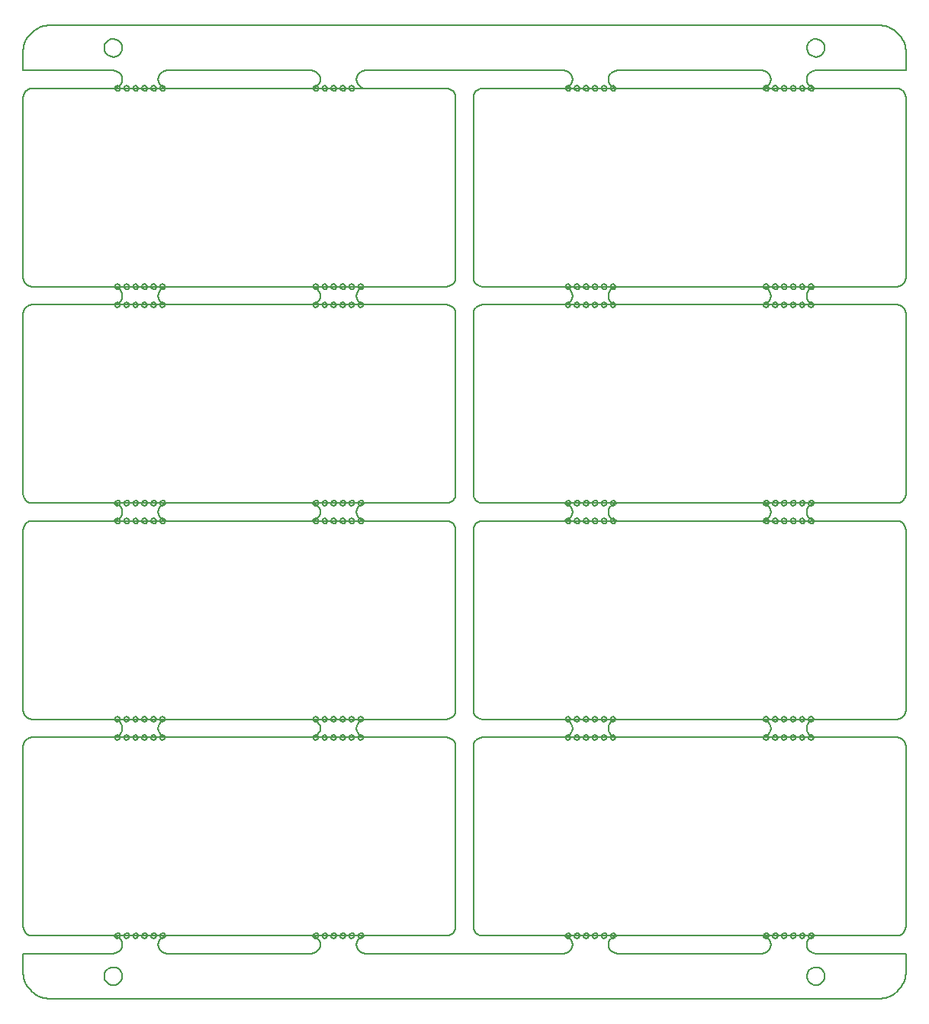
<source format=gko>
G04*
G04 #@! TF.GenerationSoftware,Altium Limited,Altium Designer,18.0.7 (293)*
G04*
G04 Layer_Color=16711935*
%FSLAX25Y25*%
%MOIN*%
G70*
G01*
G75*
%ADD21C,0.00787*%
%ADD54C,0.00394*%
G54D21*
X264020Y554453D02*
X263575Y555376D01*
X262576Y555604D01*
X261774Y554965D01*
Y553940D01*
X262576Y553301D01*
X263575Y553529D01*
X264020Y554453D01*
X283705D02*
X283260Y555376D01*
X282261Y555604D01*
X281459Y554965D01*
Y553940D01*
X282261Y553301D01*
X283260Y553529D01*
X283705Y554453D01*
X567169D02*
X566725Y555376D01*
X565725Y555604D01*
X564924Y554965D01*
Y553940D01*
X565725Y553301D01*
X566725Y553529D01*
X567169Y554453D01*
X480555D02*
X480110Y555376D01*
X479111Y555604D01*
X478310Y554965D01*
Y553940D01*
X479111Y553301D01*
X480110Y553529D01*
X480555Y554453D01*
X283705Y459965D02*
X283260Y460888D01*
X282261Y461116D01*
X281459Y460477D01*
Y459452D01*
X282261Y458813D01*
X283260Y459041D01*
X283705Y459965D01*
Y467839D02*
X283260Y468762D01*
X282261Y468990D01*
X281459Y468351D01*
Y467326D01*
X282261Y466687D01*
X283260Y466915D01*
X283705Y467839D01*
X370319Y459965D02*
X369874Y460888D01*
X368875Y461116D01*
X368074Y460477D01*
Y459452D01*
X368875Y458813D01*
X369874Y459041D01*
X370319Y459965D01*
Y467839D02*
X369874Y468762D01*
X368875Y468990D01*
X368074Y468351D01*
Y467326D01*
X368875Y466687D01*
X369874Y466915D01*
X370319Y467839D01*
X480555Y459965D02*
X480110Y460888D01*
X479111Y461116D01*
X478310Y460477D01*
Y459452D01*
X479111Y458813D01*
X480110Y459041D01*
X480555Y459965D01*
Y467839D02*
X480110Y468762D01*
X479111Y468990D01*
X478310Y468351D01*
Y467326D01*
X479111Y466687D01*
X480110Y466915D01*
X480555Y467839D01*
X567169Y459965D02*
X566725Y460888D01*
X565725Y461116D01*
X564924Y460477D01*
Y459452D01*
X565725Y458813D01*
X566725Y459041D01*
X567169Y459965D01*
Y467839D02*
X566725Y468762D01*
X565725Y468990D01*
X564924Y468351D01*
Y467326D01*
X565725Y466687D01*
X566725Y466915D01*
X567169Y467839D01*
Y365476D02*
X566725Y366400D01*
X565725Y366628D01*
X564924Y365989D01*
Y364964D01*
X565725Y364325D01*
X566725Y364553D01*
X567169Y365476D01*
Y373350D02*
X566725Y374274D01*
X565725Y374502D01*
X564924Y373863D01*
Y372838D01*
X565725Y372199D01*
X566725Y372427D01*
X567169Y373350D01*
X480555Y365476D02*
X480110Y366400D01*
X479111Y366628D01*
X478310Y365989D01*
Y364964D01*
X479111Y364325D01*
X480110Y364553D01*
X480555Y365476D01*
Y373350D02*
X480110Y374274D01*
X479111Y374502D01*
X478310Y373863D01*
Y372838D01*
X479111Y372199D01*
X480110Y372427D01*
X480555Y373350D01*
X370319Y365476D02*
X369874Y366400D01*
X368875Y366628D01*
X368074Y365989D01*
Y364964D01*
X368875Y364325D01*
X369874Y364553D01*
X370319Y365476D01*
Y373350D02*
X369874Y374274D01*
X368875Y374502D01*
X368074Y373863D01*
Y372838D01*
X368875Y372199D01*
X369874Y372427D01*
X370319Y373350D01*
X283705Y365476D02*
X283260Y366400D01*
X282261Y366628D01*
X281459Y365989D01*
Y364964D01*
X282261Y364325D01*
X283260Y364553D01*
X283705Y365476D01*
Y373350D02*
X283260Y374274D01*
X282261Y374502D01*
X281459Y373863D01*
Y372838D01*
X282261Y372199D01*
X283260Y372427D01*
X283705Y373350D01*
X370319Y270988D02*
X369874Y271912D01*
X368875Y272140D01*
X368074Y271501D01*
Y270476D01*
X368875Y269837D01*
X369874Y270065D01*
X370319Y270988D01*
Y278862D02*
X369874Y279786D01*
X368875Y280014D01*
X368074Y279375D01*
Y278350D01*
X368875Y277711D01*
X369874Y277939D01*
X370319Y278862D01*
X283705Y270988D02*
X283260Y271912D01*
X282261Y272140D01*
X281459Y271501D01*
Y270476D01*
X282261Y269837D01*
X283260Y270065D01*
X283705Y270988D01*
Y278862D02*
X283260Y279786D01*
X282261Y280014D01*
X281459Y279375D01*
Y278350D01*
X282261Y277711D01*
X283260Y277939D01*
X283705Y278862D01*
X480555Y270988D02*
X480110Y271912D01*
X479111Y272140D01*
X478310Y271501D01*
Y270476D01*
X479111Y269837D01*
X480110Y270065D01*
X480555Y270988D01*
Y278862D02*
X480110Y279786D01*
X479111Y280014D01*
X478310Y279375D01*
Y278350D01*
X479111Y277711D01*
X480110Y277939D01*
X480555Y278862D01*
X567169Y270988D02*
X566725Y271912D01*
X565725Y272140D01*
X564924Y271501D01*
Y270476D01*
X565725Y269837D01*
X566725Y270065D01*
X567169Y270988D01*
Y278862D02*
X566725Y279786D01*
X565725Y280014D01*
X564924Y279375D01*
Y278350D01*
X565725Y277711D01*
X566725Y277939D01*
X567169Y278862D01*
Y184374D02*
X566725Y185297D01*
X565725Y185526D01*
X564924Y184887D01*
Y183862D01*
X565725Y183222D01*
X566725Y183451D01*
X567169Y184374D01*
X480555D02*
X480110Y185297D01*
X479111Y185526D01*
X478310Y184887D01*
Y183862D01*
X479111Y183222D01*
X480110Y183451D01*
X480555Y184374D01*
X370319D02*
X369874Y185297D01*
X368875Y185526D01*
X368074Y184887D01*
Y183862D01*
X368875Y183222D01*
X369874Y183451D01*
X370319Y184374D01*
X283705D02*
X283260Y185297D01*
X282261Y185526D01*
X281459Y184887D01*
Y183862D01*
X282261Y183222D01*
X283260Y183451D01*
X283705Y184374D01*
X547484D02*
X547040Y185297D01*
X546040Y185526D01*
X545239Y184887D01*
Y183862D01*
X546040Y183222D01*
X547040Y183451D01*
X547484Y184374D01*
X476618D02*
X476173Y185297D01*
X475174Y185526D01*
X474373Y184887D01*
Y183862D01*
X475174Y183222D01*
X476173Y183451D01*
X476618Y184374D01*
X547484Y270988D02*
X547040Y271912D01*
X546040Y272140D01*
X545239Y271501D01*
Y270476D01*
X546040Y269837D01*
X547040Y270065D01*
X547484Y270988D01*
Y278862D02*
X547040Y279786D01*
X546040Y280014D01*
X545239Y279375D01*
Y278350D01*
X546040Y277711D01*
X547040Y277939D01*
X547484Y278862D01*
X476618Y270988D02*
X476173Y271912D01*
X475174Y272140D01*
X474373Y271501D01*
Y270476D01*
X475174Y269837D01*
X476173Y270065D01*
X476618Y270988D01*
Y278862D02*
X476173Y279786D01*
X475174Y280014D01*
X474373Y279375D01*
Y278350D01*
X475174Y277711D01*
X476173Y277939D01*
X476618Y278862D01*
X547484Y365476D02*
X547040Y366400D01*
X546040Y366628D01*
X545239Y365989D01*
Y364964D01*
X546040Y364325D01*
X547040Y364553D01*
X547484Y365476D01*
Y373350D02*
X547040Y374274D01*
X546040Y374502D01*
X545239Y373863D01*
Y372838D01*
X546040Y372199D01*
X547040Y372427D01*
X547484Y373350D01*
X476618Y365476D02*
X476173Y366400D01*
X475174Y366628D01*
X474373Y365989D01*
Y364964D01*
X475174Y364325D01*
X476173Y364553D01*
X476618Y365476D01*
Y373350D02*
X476173Y374274D01*
X475174Y374502D01*
X474373Y373863D01*
Y372838D01*
X475174Y372199D01*
X476173Y372427D01*
X476618Y373350D01*
X547484Y467839D02*
X547040Y468762D01*
X546040Y468990D01*
X545239Y468351D01*
Y467326D01*
X546040Y466687D01*
X547040Y466915D01*
X547484Y467839D01*
Y459965D02*
X547040Y460888D01*
X546040Y461116D01*
X545239Y460477D01*
Y459452D01*
X546040Y458813D01*
X547040Y459041D01*
X547484Y459965D01*
X476618D02*
X476173Y460888D01*
X475174Y461116D01*
X474373Y460477D01*
Y459452D01*
X475174Y458813D01*
X476173Y459041D01*
X476618Y459965D01*
Y467839D02*
X476173Y468762D01*
X475174Y468990D01*
X474373Y468351D01*
Y467326D01*
X475174Y466687D01*
X476173Y466915D01*
X476618Y467839D01*
X547484Y554453D02*
X547040Y555376D01*
X546040Y555604D01*
X545239Y554965D01*
Y553940D01*
X546040Y553301D01*
X547040Y553529D01*
X547484Y554453D01*
X476618D02*
X476173Y555376D01*
X475174Y555604D01*
X474373Y554965D01*
Y553940D01*
X475174Y553301D01*
X476173Y553529D01*
X476618Y554453D01*
X350634D02*
X350189Y555376D01*
X349190Y555604D01*
X348389Y554965D01*
Y553940D01*
X349190Y553301D01*
X350189Y553529D01*
X350634Y554453D01*
X279768D02*
X279323Y555376D01*
X278324Y555604D01*
X277522Y554965D01*
Y553940D01*
X278324Y553301D01*
X279323Y553529D01*
X279768Y554453D01*
X350634Y459965D02*
X350189Y460888D01*
X349190Y461116D01*
X348389Y460477D01*
Y459452D01*
X349190Y458813D01*
X350189Y459041D01*
X350634Y459965D01*
Y467839D02*
X350189Y468762D01*
X349190Y468990D01*
X348389Y468351D01*
Y467326D01*
X349190Y466687D01*
X350189Y466915D01*
X350634Y467839D01*
X279768Y459965D02*
X279323Y460888D01*
X278324Y461116D01*
X277522Y460477D01*
Y459452D01*
X278324Y458813D01*
X279323Y459041D01*
X279768Y459965D01*
Y467839D02*
X279323Y468762D01*
X278324Y468990D01*
X277522Y468351D01*
Y467326D01*
X278324Y466687D01*
X279323Y466915D01*
X279768Y467839D01*
X350634Y365476D02*
X350189Y366400D01*
X349190Y366628D01*
X348389Y365989D01*
Y364964D01*
X349190Y364325D01*
X350189Y364553D01*
X350634Y365476D01*
Y373350D02*
X350189Y374274D01*
X349190Y374502D01*
X348389Y373863D01*
Y372838D01*
X349190Y372199D01*
X350189Y372427D01*
X350634Y373350D01*
X279768Y365476D02*
X279323Y366400D01*
X278324Y366628D01*
X277522Y365989D01*
Y364964D01*
X278324Y364325D01*
X279323Y364553D01*
X279768Y365476D01*
Y373350D02*
X279323Y374274D01*
X278324Y374502D01*
X277522Y373863D01*
Y372838D01*
X278324Y372199D01*
X279323Y372427D01*
X279768Y373350D01*
X350634Y270988D02*
X350189Y271912D01*
X349190Y272140D01*
X348389Y271501D01*
Y270476D01*
X349190Y269837D01*
X350189Y270065D01*
X350634Y270988D01*
Y278862D02*
X350189Y279786D01*
X349190Y280014D01*
X348389Y279375D01*
Y278350D01*
X349190Y277711D01*
X350189Y277939D01*
X350634Y278862D01*
X279768Y270988D02*
X279323Y271912D01*
X278324Y272140D01*
X277522Y271501D01*
Y270476D01*
X278324Y269837D01*
X279323Y270065D01*
X279768Y270988D01*
Y278862D02*
X279323Y279786D01*
X278324Y280014D01*
X277522Y279375D01*
Y278350D01*
X278324Y277711D01*
X279323Y277939D01*
X279768Y278862D01*
X350634Y184374D02*
X350189Y185297D01*
X349190Y185526D01*
X348389Y184887D01*
Y183862D01*
X349190Y183222D01*
X350189Y183451D01*
X350634Y184374D01*
X279768D02*
X279323Y185297D01*
X278324Y185526D01*
X277522Y184887D01*
Y183862D01*
X278324Y183222D01*
X279323Y183451D01*
X279768Y184374D01*
X551421Y270988D02*
X550977Y271912D01*
X549977Y272140D01*
X549176Y271501D01*
Y270476D01*
X549977Y269837D01*
X550977Y270065D01*
X551421Y270988D01*
X555358D02*
X554914Y271912D01*
X553914Y272140D01*
X553113Y271501D01*
Y270476D01*
X553914Y269837D01*
X554914Y270065D01*
X555358Y270988D01*
X559295D02*
X558851Y271912D01*
X557851Y272140D01*
X557050Y271501D01*
Y270476D01*
X557851Y269837D01*
X558851Y270065D01*
X559295Y270988D01*
X563232D02*
X562788Y271912D01*
X561788Y272140D01*
X560987Y271501D01*
Y270476D01*
X561788Y269837D01*
X562788Y270065D01*
X563232Y270988D01*
X551421Y278862D02*
X550977Y279786D01*
X549977Y280014D01*
X549176Y279375D01*
Y278350D01*
X549977Y277711D01*
X550977Y277939D01*
X551421Y278862D01*
X555358D02*
X554914Y279786D01*
X553914Y280014D01*
X553113Y279375D01*
Y278350D01*
X553914Y277711D01*
X554914Y277939D01*
X555358Y278862D01*
X559295D02*
X558851Y279786D01*
X557851Y280014D01*
X557050Y279375D01*
Y278350D01*
X557851Y277711D01*
X558851Y277939D01*
X559295Y278862D01*
X563232D02*
X562788Y279786D01*
X561788Y280014D01*
X560987Y279375D01*
Y278350D01*
X561788Y277711D01*
X562788Y277939D01*
X563232Y278862D01*
X460870Y270988D02*
X460425Y271912D01*
X459426Y272140D01*
X458625Y271501D01*
Y270476D01*
X459426Y269837D01*
X460425Y270065D01*
X460870Y270988D01*
X464807D02*
X464362Y271912D01*
X463363Y272140D01*
X462562Y271501D01*
Y270476D01*
X463363Y269837D01*
X464362Y270065D01*
X464807Y270988D01*
X468744D02*
X468299Y271912D01*
X467300Y272140D01*
X466499Y271501D01*
Y270476D01*
X467300Y269837D01*
X468299Y270065D01*
X468744Y270988D01*
X472681D02*
X472236Y271912D01*
X471237Y272140D01*
X470436Y271501D01*
Y270476D01*
X471237Y269837D01*
X472236Y270065D01*
X472681Y270988D01*
X460870Y278862D02*
X460425Y279786D01*
X459426Y280014D01*
X458625Y279375D01*
Y278350D01*
X459426Y277711D01*
X460425Y277939D01*
X460870Y278862D01*
X464807D02*
X464362Y279786D01*
X463363Y280014D01*
X462562Y279375D01*
Y278350D01*
X463363Y277711D01*
X464362Y277939D01*
X464807Y278862D01*
X468744D02*
X468299Y279786D01*
X467300Y280014D01*
X466499Y279375D01*
Y278350D01*
X467300Y277711D01*
X468299Y277939D01*
X468744Y278862D01*
X472681D02*
X472236Y279786D01*
X471237Y280014D01*
X470436Y279375D01*
Y278350D01*
X471237Y277711D01*
X472236Y277939D01*
X472681Y278862D01*
X551421Y365476D02*
X550977Y366400D01*
X549977Y366628D01*
X549176Y365989D01*
Y364964D01*
X549977Y364325D01*
X550977Y364553D01*
X551421Y365476D01*
X555358D02*
X554914Y366400D01*
X553914Y366628D01*
X553113Y365989D01*
Y364964D01*
X553914Y364325D01*
X554914Y364553D01*
X555358Y365476D01*
X559295D02*
X558851Y366400D01*
X557851Y366628D01*
X557050Y365989D01*
Y364964D01*
X557851Y364325D01*
X558851Y364553D01*
X559295Y365476D01*
X563232D02*
X562788Y366400D01*
X561788Y366628D01*
X560987Y365989D01*
Y364964D01*
X561788Y364325D01*
X562788Y364553D01*
X563232Y365476D01*
X551421Y373350D02*
X550977Y374274D01*
X549977Y374502D01*
X549176Y373863D01*
Y372838D01*
X549977Y372199D01*
X550977Y372427D01*
X551421Y373350D01*
X555358D02*
X554914Y374274D01*
X553914Y374502D01*
X553113Y373863D01*
Y372838D01*
X553914Y372199D01*
X554914Y372427D01*
X555358Y373350D01*
X559295D02*
X558851Y374274D01*
X557851Y374502D01*
X557050Y373863D01*
Y372838D01*
X557851Y372199D01*
X558851Y372427D01*
X559295Y373350D01*
X563232D02*
X562788Y374274D01*
X561788Y374502D01*
X560987Y373863D01*
Y372838D01*
X561788Y372199D01*
X562788Y372427D01*
X563232Y373350D01*
X460870Y365476D02*
X460425Y366400D01*
X459426Y366628D01*
X458625Y365989D01*
Y364964D01*
X459426Y364325D01*
X460425Y364553D01*
X460870Y365476D01*
X464807D02*
X464362Y366400D01*
X463363Y366628D01*
X462562Y365989D01*
Y364964D01*
X463363Y364325D01*
X464362Y364553D01*
X464807Y365476D01*
X468744D02*
X468299Y366400D01*
X467300Y366628D01*
X466499Y365989D01*
Y364964D01*
X467300Y364325D01*
X468299Y364553D01*
X468744Y365476D01*
X472681D02*
X472236Y366400D01*
X471237Y366628D01*
X470436Y365989D01*
Y364964D01*
X471237Y364325D01*
X472236Y364553D01*
X472681Y365476D01*
X460870Y373350D02*
X460425Y374274D01*
X459426Y374502D01*
X458625Y373863D01*
Y372838D01*
X459426Y372199D01*
X460425Y372427D01*
X460870Y373350D01*
X464807D02*
X464362Y374274D01*
X463363Y374502D01*
X462562Y373863D01*
Y372838D01*
X463363Y372199D01*
X464362Y372427D01*
X464807Y373350D01*
X468744D02*
X468299Y374274D01*
X467300Y374502D01*
X466499Y373863D01*
Y372838D01*
X467300Y372199D01*
X468299Y372427D01*
X468744Y373350D01*
X472681D02*
X472236Y374274D01*
X471237Y374502D01*
X470436Y373863D01*
Y372838D01*
X471237Y372199D01*
X472236Y372427D01*
X472681Y373350D01*
X551421Y459965D02*
X550977Y460888D01*
X549977Y461116D01*
X549176Y460477D01*
Y459452D01*
X549977Y458813D01*
X550977Y459041D01*
X551421Y459965D01*
X555358D02*
X554914Y460888D01*
X553914Y461116D01*
X553113Y460477D01*
Y459452D01*
X553914Y458813D01*
X554914Y459041D01*
X555358Y459965D01*
X559295D02*
X558851Y460888D01*
X557851Y461116D01*
X557050Y460477D01*
Y459452D01*
X557851Y458813D01*
X558851Y459041D01*
X559295Y459965D01*
X563232D02*
X562788Y460888D01*
X561788Y461116D01*
X560987Y460477D01*
Y459452D01*
X561788Y458813D01*
X562788Y459041D01*
X563232Y459965D01*
X551421Y467839D02*
X550977Y468762D01*
X549977Y468990D01*
X549176Y468351D01*
Y467326D01*
X549977Y466687D01*
X550977Y466915D01*
X551421Y467839D01*
X555358D02*
X554914Y468762D01*
X553914Y468990D01*
X553113Y468351D01*
Y467326D01*
X553914Y466687D01*
X554914Y466915D01*
X555358Y467839D01*
X559295D02*
X558851Y468762D01*
X557851Y468990D01*
X557050Y468351D01*
Y467326D01*
X557851Y466687D01*
X558851Y466915D01*
X559295Y467839D01*
X563232D02*
X562788Y468762D01*
X561788Y468990D01*
X560987Y468351D01*
Y467326D01*
X561788Y466687D01*
X562788Y466915D01*
X563232Y467839D01*
X460870Y459965D02*
X460425Y460888D01*
X459426Y461116D01*
X458625Y460477D01*
Y459452D01*
X459426Y458813D01*
X460425Y459041D01*
X460870Y459965D01*
X464807D02*
X464362Y460888D01*
X463363Y461116D01*
X462562Y460477D01*
Y459452D01*
X463363Y458813D01*
X464362Y459041D01*
X464807Y459965D01*
X468744D02*
X468299Y460888D01*
X467300Y461116D01*
X466499Y460477D01*
Y459452D01*
X467300Y458813D01*
X468299Y459041D01*
X468744Y459965D01*
X472681D02*
X472236Y460888D01*
X471237Y461116D01*
X470436Y460477D01*
Y459452D01*
X471237Y458813D01*
X472236Y459041D01*
X472681Y459965D01*
X460870Y467839D02*
X460425Y468762D01*
X459426Y468990D01*
X458625Y468351D01*
Y467326D01*
X459426Y466687D01*
X460425Y466915D01*
X460870Y467839D01*
X464807D02*
X464362Y468762D01*
X463363Y468990D01*
X462562Y468351D01*
Y467326D01*
X463363Y466687D01*
X464362Y466915D01*
X464807Y467839D01*
X468744D02*
X468299Y468762D01*
X467300Y468990D01*
X466499Y468351D01*
Y467326D01*
X467300Y466687D01*
X468299Y466915D01*
X468744Y467839D01*
X472681D02*
X472236Y468762D01*
X471237Y468990D01*
X470436Y468351D01*
Y467326D01*
X471237Y466687D01*
X472236Y466915D01*
X472681Y467839D01*
X551421Y554453D02*
X550977Y555376D01*
X549977Y555604D01*
X549176Y554965D01*
Y553940D01*
X549977Y553301D01*
X550977Y553529D01*
X551421Y554453D01*
X555358D02*
X554914Y555376D01*
X553914Y555604D01*
X553113Y554965D01*
Y553940D01*
X553914Y553301D01*
X554914Y553529D01*
X555358Y554453D01*
X559295D02*
X558851Y555376D01*
X557851Y555604D01*
X557050Y554965D01*
Y553940D01*
X557851Y553301D01*
X558851Y553529D01*
X559295Y554453D01*
X563232D02*
X562788Y555376D01*
X561788Y555604D01*
X560987Y554965D01*
Y553940D01*
X561788Y553301D01*
X562788Y553529D01*
X563232Y554453D01*
X460870D02*
X460425Y555376D01*
X459426Y555604D01*
X458625Y554965D01*
Y553940D01*
X459426Y553301D01*
X460425Y553529D01*
X460870Y554453D01*
X464807D02*
X464362Y555376D01*
X463363Y555604D01*
X462562Y554965D01*
Y553940D01*
X463363Y553301D01*
X464362Y553529D01*
X464807Y554453D01*
X468744D02*
X468299Y555376D01*
X467300Y555604D01*
X466499Y554965D01*
Y553940D01*
X467300Y553301D01*
X468299Y553529D01*
X468744Y554453D01*
X472681D02*
X472236Y555376D01*
X471237Y555604D01*
X470436Y554965D01*
Y553940D01*
X471237Y553301D01*
X472236Y553529D01*
X472681Y554453D01*
X354571D02*
X354126Y555376D01*
X353127Y555604D01*
X352326Y554965D01*
Y553940D01*
X353127Y553301D01*
X354126Y553529D01*
X354571Y554453D01*
X358508D02*
X358063Y555376D01*
X357064Y555604D01*
X356263Y554965D01*
Y553940D01*
X357064Y553301D01*
X358063Y553529D01*
X358508Y554453D01*
X362445D02*
X362000Y555376D01*
X361001Y555604D01*
X360200Y554965D01*
Y553940D01*
X361001Y553301D01*
X362000Y553529D01*
X362445Y554453D01*
X366382D02*
X365937Y555376D01*
X364938Y555604D01*
X364137Y554965D01*
Y553940D01*
X364938Y553301D01*
X365937Y553529D01*
X366382Y554453D01*
X267957D02*
X267512Y555376D01*
X266513Y555604D01*
X265711Y554965D01*
Y553940D01*
X266513Y553301D01*
X267512Y553529D01*
X267957Y554453D01*
X271894D02*
X271449Y555376D01*
X270450Y555604D01*
X269649Y554965D01*
Y553940D01*
X270450Y553301D01*
X271449Y553529D01*
X271894Y554453D01*
X275831D02*
X275386Y555376D01*
X274387Y555604D01*
X273586Y554965D01*
Y553940D01*
X274387Y553301D01*
X275386Y553529D01*
X275831Y554453D01*
X354571Y459965D02*
X354126Y460888D01*
X353127Y461116D01*
X352326Y460477D01*
Y459452D01*
X353127Y458813D01*
X354126Y459041D01*
X354571Y459965D01*
X358508D02*
X358063Y460888D01*
X357064Y461116D01*
X356263Y460477D01*
Y459452D01*
X357064Y458813D01*
X358063Y459041D01*
X358508Y459965D01*
X362445D02*
X362000Y460888D01*
X361001Y461116D01*
X360200Y460477D01*
Y459452D01*
X361001Y458813D01*
X362000Y459041D01*
X362445Y459965D01*
X366382D02*
X365937Y460888D01*
X364938Y461116D01*
X364137Y460477D01*
Y459452D01*
X364938Y458813D01*
X365937Y459041D01*
X366382Y459965D01*
X354571Y467839D02*
X354126Y468762D01*
X353127Y468990D01*
X352326Y468351D01*
Y467326D01*
X353127Y466687D01*
X354126Y466915D01*
X354571Y467839D01*
X358508D02*
X358063Y468762D01*
X357064Y468990D01*
X356263Y468351D01*
Y467326D01*
X357064Y466687D01*
X358063Y466915D01*
X358508Y467839D01*
X362445D02*
X362000Y468762D01*
X361001Y468990D01*
X360200Y468351D01*
Y467326D01*
X361001Y466687D01*
X362000Y466915D01*
X362445Y467839D01*
X366382D02*
X365937Y468762D01*
X364938Y468990D01*
X364137Y468351D01*
Y467326D01*
X364938Y466687D01*
X365937Y466915D01*
X366382Y467839D01*
X264020Y459965D02*
X263575Y460888D01*
X262576Y461116D01*
X261774Y460477D01*
Y459452D01*
X262576Y458813D01*
X263575Y459041D01*
X264020Y459965D01*
X267957D02*
X267512Y460888D01*
X266513Y461116D01*
X265711Y460477D01*
Y459452D01*
X266513Y458813D01*
X267512Y459041D01*
X267957Y459965D01*
X271894D02*
X271449Y460888D01*
X270450Y461116D01*
X269649Y460477D01*
Y459452D01*
X270450Y458813D01*
X271449Y459041D01*
X271894Y459965D01*
X275831D02*
X275386Y460888D01*
X274387Y461116D01*
X273586Y460477D01*
Y459452D01*
X274387Y458813D01*
X275386Y459041D01*
X275831Y459965D01*
X264020Y467839D02*
X263575Y468762D01*
X262576Y468990D01*
X261774Y468351D01*
Y467326D01*
X262576Y466687D01*
X263575Y466915D01*
X264020Y467839D01*
X267957D02*
X267512Y468762D01*
X266513Y468990D01*
X265711Y468351D01*
Y467326D01*
X266513Y466687D01*
X267512Y466915D01*
X267957Y467839D01*
X271894D02*
X271449Y468762D01*
X270450Y468990D01*
X269649Y468351D01*
Y467326D01*
X270450Y466687D01*
X271449Y466915D01*
X271894Y467839D01*
X275831D02*
X275386Y468762D01*
X274387Y468990D01*
X273586Y468351D01*
Y467326D01*
X274387Y466687D01*
X275386Y466915D01*
X275831Y467839D01*
X354571Y365476D02*
X354126Y366400D01*
X353127Y366628D01*
X352326Y365989D01*
Y364964D01*
X353127Y364325D01*
X354126Y364553D01*
X354571Y365476D01*
X358508D02*
X358063Y366400D01*
X357064Y366628D01*
X356263Y365989D01*
Y364964D01*
X357064Y364325D01*
X358063Y364553D01*
X358508Y365476D01*
X362445D02*
X362000Y366400D01*
X361001Y366628D01*
X360200Y365989D01*
Y364964D01*
X361001Y364325D01*
X362000Y364553D01*
X362445Y365476D01*
X366382D02*
X365937Y366400D01*
X364938Y366628D01*
X364137Y365989D01*
Y364964D01*
X364938Y364325D01*
X365937Y364553D01*
X366382Y365476D01*
X354571Y373350D02*
X354126Y374274D01*
X353127Y374502D01*
X352326Y373863D01*
Y372838D01*
X353127Y372199D01*
X354126Y372427D01*
X354571Y373350D01*
X358508D02*
X358063Y374274D01*
X357064Y374502D01*
X356263Y373863D01*
Y372838D01*
X357064Y372199D01*
X358063Y372427D01*
X358508Y373350D01*
X362445D02*
X362000Y374274D01*
X361001Y374502D01*
X360200Y373863D01*
Y372838D01*
X361001Y372199D01*
X362000Y372427D01*
X362445Y373350D01*
X366382D02*
X365937Y374274D01*
X364938Y374502D01*
X364137Y373863D01*
Y372838D01*
X364938Y372199D01*
X365937Y372427D01*
X366382Y373350D01*
X264020Y365476D02*
X263575Y366400D01*
X262576Y366628D01*
X261774Y365989D01*
Y364964D01*
X262576Y364325D01*
X263575Y364553D01*
X264020Y365476D01*
X267957D02*
X267512Y366400D01*
X266513Y366628D01*
X265711Y365989D01*
Y364964D01*
X266513Y364325D01*
X267512Y364553D01*
X267957Y365476D01*
X271894D02*
X271449Y366400D01*
X270450Y366628D01*
X269649Y365989D01*
Y364964D01*
X270450Y364325D01*
X271449Y364553D01*
X271894Y365476D01*
X275831D02*
X275386Y366400D01*
X274387Y366628D01*
X273586Y365989D01*
Y364964D01*
X274387Y364325D01*
X275386Y364553D01*
X275831Y365476D01*
X264020Y373350D02*
X263575Y374274D01*
X262576Y374502D01*
X261774Y373863D01*
Y372838D01*
X262576Y372199D01*
X263575Y372427D01*
X264020Y373350D01*
X267957D02*
X267512Y374274D01*
X266513Y374502D01*
X265711Y373863D01*
Y372838D01*
X266513Y372199D01*
X267512Y372427D01*
X267957Y373350D01*
X271894D02*
X271449Y374274D01*
X270450Y374502D01*
X269649Y373863D01*
Y372838D01*
X270450Y372199D01*
X271449Y372427D01*
X271894Y373350D01*
X275831D02*
X275386Y374274D01*
X274387Y374502D01*
X273586Y373863D01*
Y372838D01*
X274387Y372199D01*
X275386Y372427D01*
X275831Y373350D01*
X354571Y270988D02*
X354126Y271912D01*
X353127Y272140D01*
X352326Y271501D01*
Y270476D01*
X353127Y269837D01*
X354126Y270065D01*
X354571Y270988D01*
X358508D02*
X358063Y271912D01*
X357064Y272140D01*
X356263Y271501D01*
Y270476D01*
X357064Y269837D01*
X358063Y270065D01*
X358508Y270988D01*
X362445D02*
X362000Y271912D01*
X361001Y272140D01*
X360200Y271501D01*
Y270476D01*
X361001Y269837D01*
X362000Y270065D01*
X362445Y270988D01*
X366382D02*
X365937Y271912D01*
X364938Y272140D01*
X364137Y271501D01*
Y270476D01*
X364938Y269837D01*
X365937Y270065D01*
X366382Y270988D01*
X354571Y278862D02*
X354126Y279786D01*
X353127Y280014D01*
X352326Y279375D01*
Y278350D01*
X353127Y277711D01*
X354126Y277939D01*
X354571Y278862D01*
X358508D02*
X358063Y279786D01*
X357064Y280014D01*
X356263Y279375D01*
Y278350D01*
X357064Y277711D01*
X358063Y277939D01*
X358508Y278862D01*
X362445D02*
X362000Y279786D01*
X361001Y280014D01*
X360200Y279375D01*
Y278350D01*
X361001Y277711D01*
X362000Y277939D01*
X362445Y278862D01*
X366382D02*
X365937Y279786D01*
X364938Y280014D01*
X364137Y279375D01*
Y278350D01*
X364938Y277711D01*
X365937Y277939D01*
X366382Y278862D01*
X264020D02*
X263575Y279786D01*
X262576Y280014D01*
X261774Y279375D01*
Y278350D01*
X262576Y277711D01*
X263575Y277939D01*
X264020Y278862D01*
X267957D02*
X267512Y279786D01*
X266513Y280014D01*
X265711Y279375D01*
Y278350D01*
X266513Y277711D01*
X267512Y277939D01*
X267957Y278862D01*
X271894D02*
X271449Y279786D01*
X270450Y280014D01*
X269649Y279375D01*
Y278350D01*
X270450Y277711D01*
X271449Y277939D01*
X271894Y278862D01*
X275831D02*
X275386Y279786D01*
X274387Y280014D01*
X273586Y279375D01*
Y278350D01*
X274387Y277711D01*
X275386Y277939D01*
X275831Y278862D01*
X264020Y270988D02*
X263575Y271912D01*
X262576Y272140D01*
X261774Y271501D01*
Y270476D01*
X262576Y269837D01*
X263575Y270065D01*
X264020Y270988D01*
X267957D02*
X267512Y271912D01*
X266513Y272140D01*
X265711Y271501D01*
Y270476D01*
X266513Y269837D01*
X267512Y270065D01*
X267957Y270988D01*
X271894D02*
X271449Y271912D01*
X270450Y272140D01*
X269649Y271501D01*
Y270476D01*
X270450Y269837D01*
X271449Y270065D01*
X271894Y270988D01*
X275831D02*
X275386Y271912D01*
X274387Y272140D01*
X273586Y271501D01*
Y270476D01*
X274387Y269837D01*
X275386Y270065D01*
X275831Y270988D01*
X551421Y184374D02*
X550977Y185297D01*
X549977Y185526D01*
X549176Y184887D01*
Y183862D01*
X549977Y183222D01*
X550977Y183451D01*
X551421Y184374D01*
X555358D02*
X554914Y185297D01*
X553914Y185526D01*
X553113Y184887D01*
Y183862D01*
X553914Y183222D01*
X554914Y183451D01*
X555358Y184374D01*
X559295D02*
X558851Y185297D01*
X557851Y185526D01*
X557050Y184887D01*
Y183862D01*
X557851Y183222D01*
X558851Y183451D01*
X559295Y184374D01*
X563232D02*
X562788Y185297D01*
X561788Y185526D01*
X560987Y184887D01*
Y183862D01*
X561788Y183222D01*
X562788Y183451D01*
X563232Y184374D01*
X460870D02*
X460425Y185297D01*
X459426Y185526D01*
X458625Y184887D01*
Y183862D01*
X459426Y183222D01*
X460425Y183451D01*
X460870Y184374D01*
X464807D02*
X464362Y185297D01*
X463363Y185526D01*
X462562Y184887D01*
Y183862D01*
X463363Y183222D01*
X464362Y183451D01*
X464807Y184374D01*
X468744D02*
X468299Y185297D01*
X467300Y185526D01*
X466499Y184887D01*
Y183862D01*
X467300Y183222D01*
X468299Y183451D01*
X468744Y184374D01*
X472681D02*
X472236Y185297D01*
X471237Y185526D01*
X470436Y184887D01*
Y183862D01*
X471237Y183222D01*
X472236Y183451D01*
X472681Y184374D01*
X366382D02*
X365937Y185297D01*
X364938Y185526D01*
X364137Y184887D01*
Y183862D01*
X364938Y183222D01*
X365937Y183451D01*
X366382Y184374D01*
X362445D02*
X362000Y185297D01*
X361001Y185526D01*
X360200Y184887D01*
Y183862D01*
X361001Y183222D01*
X362000Y183451D01*
X362445Y184374D01*
X358508D02*
X358063Y185297D01*
X357064Y185526D01*
X356263Y184887D01*
Y183862D01*
X357064Y183222D01*
X358063Y183451D01*
X358508Y184374D01*
X354571D02*
X354126Y185297D01*
X353127Y185526D01*
X352326Y184887D01*
Y183862D01*
X353127Y183222D01*
X354126Y183451D01*
X354571Y184374D01*
X275831D02*
X275386Y185297D01*
X274387Y185526D01*
X273586Y184887D01*
Y183862D01*
X274387Y183222D01*
X275386Y183451D01*
X275831Y184374D01*
X271894D02*
X271449Y185297D01*
X270450Y185526D01*
X269649Y184887D01*
Y183862D01*
X270450Y183222D01*
X271449Y183451D01*
X271894Y184374D01*
X267957D02*
X267512Y185297D01*
X266513Y185526D01*
X265711Y184887D01*
Y183862D01*
X266513Y183222D01*
X267512Y183451D01*
X267957Y184374D01*
X264020D02*
X263575Y185297D01*
X262576Y185526D01*
X261774Y184887D01*
Y183862D01*
X262576Y183222D01*
X263575Y183451D01*
X264020Y184374D01*
X418350Y188311D02*
X418484Y187292D01*
X418878Y186343D01*
X419503Y185527D01*
X420319Y184901D01*
X421268Y184508D01*
X422287Y184374D01*
X406539D02*
X407558Y184508D01*
X408508Y184901D01*
X409323Y185527D01*
X409949Y186343D01*
X410342Y187292D01*
X410476Y188311D01*
X603390Y184374D02*
X604409Y184508D01*
X605358Y184901D01*
X606174Y185527D01*
X606799Y186343D01*
X607193Y187292D01*
X607327Y188311D01*
X603390Y278862D02*
X604409Y278996D01*
X605358Y279390D01*
X606174Y280015D01*
X606799Y280831D01*
X607193Y281780D01*
X607327Y282799D01*
X607327Y267051D02*
X607193Y268070D01*
X606799Y269020D01*
X606174Y269835D01*
X605358Y270461D01*
X604409Y270854D01*
X603390Y270988D01*
Y373350D02*
X604409Y373484D01*
X605358Y373878D01*
X606174Y374503D01*
X606799Y375319D01*
X607193Y376268D01*
X607327Y377287D01*
X607327Y361539D02*
X607193Y362558D01*
X606799Y363508D01*
X606174Y364323D01*
X605358Y364949D01*
X604409Y365342D01*
X603390Y365476D01*
Y467839D02*
X604409Y467973D01*
X605358Y468366D01*
X606174Y468992D01*
X606799Y469807D01*
X607193Y470757D01*
X607327Y471776D01*
X607327Y456028D02*
X607193Y457047D01*
X606799Y457996D01*
X606174Y458811D01*
X605358Y459437D01*
X604409Y459830D01*
X603390Y459965D01*
X607327Y550516D02*
X607193Y551535D01*
X606799Y552484D01*
X606174Y553300D01*
X605358Y553925D01*
X604409Y554319D01*
X603390Y554453D01*
X225437D02*
X224418Y554319D01*
X223468Y553925D01*
X222653Y553300D01*
X222027Y552484D01*
X221634Y551535D01*
X221500Y550516D01*
Y282799D02*
X221634Y281780D01*
X222027Y280831D01*
X222653Y280015D01*
X223468Y279390D01*
X224418Y278996D01*
X225437Y278862D01*
Y270988D02*
X224418Y270854D01*
X223468Y270461D01*
X222653Y269835D01*
X222027Y269020D01*
X221634Y268070D01*
X221500Y267051D01*
Y377287D02*
X221634Y376268D01*
X222027Y375319D01*
X222653Y374503D01*
X223468Y373878D01*
X224418Y373484D01*
X225437Y373350D01*
Y365476D02*
X224418Y365342D01*
X223468Y364949D01*
X222653Y364323D01*
X222027Y363508D01*
X221634Y362558D01*
X221500Y361539D01*
Y471776D02*
X221634Y470757D01*
X222027Y469807D01*
X222653Y468992D01*
X223468Y468366D01*
X224418Y467973D01*
X225437Y467839D01*
Y459965D02*
X224418Y459830D01*
X223468Y459437D01*
X222653Y458811D01*
X222027Y457996D01*
X221634Y457047D01*
X221500Y456028D01*
X410476Y550516D02*
X410342Y551535D01*
X409949Y552484D01*
X409323Y553300D01*
X408508Y553925D01*
X407558Y554319D01*
X406539Y554453D01*
X422287D02*
X421268Y554319D01*
X420319Y553925D01*
X419503Y553300D01*
X418878Y552484D01*
X418484Y551535D01*
X418350Y550516D01*
X406539Y467839D02*
X407558Y467973D01*
X408508Y468366D01*
X409323Y468992D01*
X409949Y469807D01*
X410342Y470757D01*
X410476Y471776D01*
X418350D02*
X418484Y470757D01*
X418878Y469807D01*
X419503Y468992D01*
X420319Y468366D01*
X421268Y467973D01*
X422287Y467839D01*
X410476Y456028D02*
X410342Y457047D01*
X409949Y457996D01*
X409323Y458811D01*
X408508Y459437D01*
X407558Y459830D01*
X406539Y459965D01*
X422287D02*
X421268Y459830D01*
X420319Y459437D01*
X419503Y458811D01*
X418878Y457996D01*
X418484Y457047D01*
X418350Y456028D01*
X406539Y373350D02*
X407558Y373484D01*
X408508Y373878D01*
X409323Y374503D01*
X409949Y375319D01*
X410342Y376268D01*
X410476Y377287D01*
X418350D02*
X418484Y376268D01*
X418878Y375319D01*
X419503Y374503D01*
X420319Y373878D01*
X421268Y373484D01*
X422287Y373350D01*
X410476Y361539D02*
X410342Y362558D01*
X409949Y363508D01*
X409323Y364323D01*
X408508Y364949D01*
X407558Y365342D01*
X406539Y365476D01*
X422287D02*
X421268Y365342D01*
X420319Y364949D01*
X419503Y364323D01*
X418878Y363508D01*
X418484Y362558D01*
X418350Y361539D01*
X422287Y270988D02*
X421268Y270854D01*
X420319Y270461D01*
X419503Y269835D01*
X418878Y269020D01*
X418484Y268070D01*
X418350Y267051D01*
X410476D02*
X410342Y268070D01*
X409949Y269020D01*
X409323Y269835D01*
X408508Y270461D01*
X407558Y270854D01*
X406539Y270988D01*
X418350Y282799D02*
X418484Y281780D01*
X418878Y280831D01*
X419503Y280015D01*
X420319Y279390D01*
X421268Y278996D01*
X422287Y278862D01*
X406539D02*
X407558Y278996D01*
X408508Y279390D01*
X409323Y280015D01*
X409949Y280831D01*
X410342Y281780D01*
X410476Y282799D01*
X457721Y270988D02*
X458739Y271122D01*
X459689Y271516D01*
X460504Y272141D01*
X461130Y272957D01*
X461523Y273906D01*
X461657Y274925D01*
X461523Y275944D01*
X461130Y276894D01*
X460504Y277709D01*
X459689Y278335D01*
X458739Y278728D01*
X457721Y278862D01*
X481343D02*
X480324Y278728D01*
X479374Y278335D01*
X478559Y277709D01*
X477933Y276894D01*
X477540Y275944D01*
X477406Y274925D01*
X477540Y273906D01*
X477933Y272957D01*
X478559Y272141D01*
X479374Y271516D01*
X480324Y271122D01*
X481343Y270988D01*
X544335D02*
X545354Y271122D01*
X546303Y271516D01*
X547119Y272141D01*
X547744Y272957D01*
X548138Y273906D01*
X548272Y274925D01*
X548138Y275944D01*
X547744Y276894D01*
X547119Y277709D01*
X546303Y278335D01*
X545354Y278728D01*
X544335Y278862D01*
X567957D02*
X566938Y278728D01*
X565988Y278335D01*
X565173Y277709D01*
X564547Y276894D01*
X564154Y275944D01*
X564020Y274925D01*
X564154Y273906D01*
X564547Y272957D01*
X565173Y272141D01*
X565988Y271516D01*
X566938Y271122D01*
X567957Y270988D01*
X457721Y365476D02*
X458739Y365611D01*
X459689Y366004D01*
X460504Y366630D01*
X461130Y367445D01*
X461523Y368394D01*
X461657Y369413D01*
X461523Y370432D01*
X461130Y371382D01*
X460504Y372197D01*
X459689Y372823D01*
X458739Y373216D01*
X457721Y373350D01*
X481343D02*
X480324Y373216D01*
X479374Y372823D01*
X478559Y372197D01*
X477933Y371382D01*
X477540Y370432D01*
X477406Y369413D01*
X477540Y368394D01*
X477933Y367445D01*
X478559Y366630D01*
X479374Y366004D01*
X480324Y365611D01*
X481343Y365476D01*
X544335D02*
X545354Y365611D01*
X546303Y366004D01*
X547119Y366630D01*
X547744Y367445D01*
X548138Y368394D01*
X548272Y369413D01*
X548138Y370432D01*
X547744Y371382D01*
X547119Y372197D01*
X546303Y372823D01*
X545354Y373216D01*
X544335Y373350D01*
X567957D02*
X566938Y373216D01*
X565988Y372823D01*
X565173Y372197D01*
X564547Y371382D01*
X564154Y370432D01*
X564020Y369413D01*
X564154Y368394D01*
X564547Y367445D01*
X565173Y366630D01*
X565988Y366004D01*
X566938Y365611D01*
X567957Y365476D01*
X457721Y459965D02*
X458739Y460099D01*
X459689Y460492D01*
X460504Y461118D01*
X461130Y461933D01*
X461523Y462883D01*
X461657Y463902D01*
X461523Y464921D01*
X461130Y465870D01*
X460504Y466685D01*
X459689Y467311D01*
X458739Y467704D01*
X457721Y467839D01*
X481343D02*
X480324Y467704D01*
X479374Y467311D01*
X478559Y466685D01*
X477933Y465870D01*
X477540Y464921D01*
X477406Y463902D01*
X477540Y462883D01*
X477933Y461933D01*
X478559Y461118D01*
X479374Y460492D01*
X480324Y460099D01*
X481343Y459965D01*
X544335D02*
X545354Y460099D01*
X546303Y460492D01*
X547119Y461118D01*
X547744Y461933D01*
X548138Y462883D01*
X548272Y463902D01*
X548138Y464921D01*
X547744Y465870D01*
X547119Y466685D01*
X546303Y467311D01*
X545354Y467704D01*
X544335Y467839D01*
X567957D02*
X566938Y467704D01*
X565988Y467311D01*
X565173Y466685D01*
X564547Y465870D01*
X564154Y464921D01*
X564020Y463902D01*
X564154Y462883D01*
X564547Y461933D01*
X565173Y461118D01*
X565988Y460492D01*
X566938Y460099D01*
X567957Y459965D01*
X457721Y554453D02*
X458739Y554587D01*
X459689Y554980D01*
X460504Y555606D01*
X461130Y556421D01*
X461523Y557371D01*
X461657Y558390D01*
X461523Y559409D01*
X461130Y560358D01*
X460504Y561174D01*
X459689Y561799D01*
X458739Y562193D01*
X457721Y562327D01*
X481343D02*
X480324Y562193D01*
X479374Y561799D01*
X478559Y561174D01*
X477933Y560358D01*
X477540Y559409D01*
X477406Y558390D01*
X477540Y557371D01*
X477933Y556421D01*
X478559Y555606D01*
X479374Y554980D01*
X480324Y554587D01*
X481343Y554453D01*
X544335D02*
X545354Y554587D01*
X546303Y554980D01*
X547119Y555606D01*
X547744Y556421D01*
X548138Y557371D01*
X548272Y558390D01*
X548138Y559409D01*
X547744Y560358D01*
X547119Y561174D01*
X546303Y561799D01*
X545354Y562193D01*
X544335Y562327D01*
X567957D02*
X566938Y562193D01*
X565988Y561799D01*
X565173Y561174D01*
X564547Y560358D01*
X564154Y559409D01*
X564020Y558390D01*
X564154Y557371D01*
X564547Y556421D01*
X565173Y555606D01*
X565988Y554980D01*
X566938Y554587D01*
X567957Y554453D01*
X260870D02*
X261889Y554587D01*
X262839Y554980D01*
X263654Y555606D01*
X264280Y556421D01*
X264673Y557371D01*
X264807Y558390D01*
X264673Y559409D01*
X264280Y560358D01*
X263654Y561174D01*
X262839Y561799D01*
X261889Y562193D01*
X260870Y562327D01*
X284492D02*
X283473Y562193D01*
X282524Y561799D01*
X281708Y561174D01*
X281083Y560358D01*
X280689Y559409D01*
X280555Y558390D01*
X280689Y557371D01*
X281083Y556421D01*
X281708Y555606D01*
X282524Y554980D01*
X283473Y554587D01*
X284492Y554453D01*
X347484D02*
X348503Y554587D01*
X349453Y554980D01*
X350268Y555606D01*
X350894Y556421D01*
X351287Y557371D01*
X351421Y558390D01*
X351287Y559409D01*
X350894Y560358D01*
X350268Y561174D01*
X349453Y561799D01*
X348503Y562193D01*
X347484Y562327D01*
X371106D02*
X370087Y562193D01*
X369138Y561799D01*
X368322Y561174D01*
X367697Y560358D01*
X367303Y559409D01*
X367169Y558390D01*
X367303Y557371D01*
X367697Y556421D01*
X368322Y555606D01*
X369138Y554980D01*
X370087Y554587D01*
X371106Y554453D01*
X260870Y459965D02*
X261889Y460099D01*
X262839Y460492D01*
X263654Y461118D01*
X264280Y461933D01*
X264673Y462883D01*
X264807Y463902D01*
X264673Y464921D01*
X264280Y465870D01*
X263654Y466685D01*
X262839Y467311D01*
X261889Y467704D01*
X260870Y467839D01*
X284492D02*
X283473Y467704D01*
X282524Y467311D01*
X281708Y466685D01*
X281083Y465870D01*
X280689Y464921D01*
X280555Y463902D01*
X280689Y462883D01*
X281083Y461933D01*
X281708Y461118D01*
X282524Y460492D01*
X283473Y460099D01*
X284492Y459965D01*
X347484D02*
X348503Y460099D01*
X349453Y460492D01*
X350268Y461118D01*
X350894Y461933D01*
X351287Y462883D01*
X351421Y463902D01*
X351287Y464921D01*
X350894Y465870D01*
X350268Y466685D01*
X349453Y467311D01*
X348503Y467704D01*
X347484Y467839D01*
X371106D02*
X370087Y467704D01*
X369138Y467311D01*
X368322Y466685D01*
X367697Y465870D01*
X367303Y464921D01*
X367169Y463902D01*
X367303Y462883D01*
X367697Y461933D01*
X368322Y461118D01*
X369138Y460492D01*
X370087Y460099D01*
X371106Y459965D01*
X260870Y365476D02*
X261889Y365611D01*
X262839Y366004D01*
X263654Y366630D01*
X264280Y367445D01*
X264673Y368394D01*
X264807Y369413D01*
X264673Y370432D01*
X264280Y371382D01*
X263654Y372197D01*
X262839Y372823D01*
X261889Y373216D01*
X260870Y373350D01*
X284492D02*
X283473Y373216D01*
X282524Y372823D01*
X281708Y372197D01*
X281083Y371382D01*
X280689Y370432D01*
X280555Y369413D01*
X280689Y368394D01*
X281083Y367445D01*
X281708Y366630D01*
X282524Y366004D01*
X283473Y365611D01*
X284492Y365476D01*
X347484D02*
X348503Y365611D01*
X349453Y366004D01*
X350268Y366630D01*
X350894Y367445D01*
X351287Y368394D01*
X351421Y369413D01*
X351287Y370432D01*
X350894Y371382D01*
X350268Y372197D01*
X349453Y372823D01*
X348503Y373216D01*
X347484Y373350D01*
X371106D02*
X370087Y373216D01*
X369138Y372823D01*
X368322Y372197D01*
X367697Y371382D01*
X367303Y370432D01*
X367169Y369413D01*
X367303Y368394D01*
X367697Y367445D01*
X368322Y366630D01*
X369138Y366004D01*
X370087Y365611D01*
X371106Y365476D01*
X260870Y270988D02*
X261889Y271122D01*
X262839Y271516D01*
X263654Y272141D01*
X264280Y272957D01*
X264673Y273906D01*
X264807Y274925D01*
X264673Y275944D01*
X264280Y276894D01*
X263654Y277709D01*
X262839Y278335D01*
X261889Y278728D01*
X260870Y278862D01*
X284492D02*
X283473Y278728D01*
X282524Y278335D01*
X281708Y277709D01*
X281083Y276894D01*
X280689Y275944D01*
X280555Y274925D01*
X280689Y273906D01*
X281083Y272957D01*
X281708Y272141D01*
X282524Y271516D01*
X283473Y271122D01*
X284492Y270988D01*
X347484D02*
X348503Y271122D01*
X349453Y271516D01*
X350268Y272141D01*
X350894Y272957D01*
X351287Y273906D01*
X351421Y274925D01*
X351287Y275944D01*
X350894Y276894D01*
X350268Y277709D01*
X349453Y278335D01*
X348503Y278728D01*
X347484Y278862D01*
X371106D02*
X370087Y278728D01*
X369138Y278335D01*
X368322Y277709D01*
X367697Y276894D01*
X367303Y275944D01*
X367169Y274925D01*
X367303Y273906D01*
X367697Y272957D01*
X368322Y272141D01*
X369138Y271516D01*
X370087Y271122D01*
X371106Y270988D01*
X221500Y188311D02*
X221634Y187292D01*
X222027Y186343D01*
X222653Y185527D01*
X223468Y184901D01*
X224418Y184508D01*
X225437Y184374D01*
X567957D02*
X566938Y184240D01*
X565988Y183847D01*
X565173Y183221D01*
X564547Y182405D01*
X564154Y181456D01*
X564020Y180437D01*
X564154Y179418D01*
X564547Y178469D01*
X565173Y177653D01*
X565988Y177027D01*
X566938Y176634D01*
X567957Y176500D01*
X544335D02*
X545354Y176634D01*
X546303Y177027D01*
X547119Y177653D01*
X547744Y178469D01*
X548138Y179418D01*
X548272Y180437D01*
X548138Y181456D01*
X547744Y182405D01*
X547119Y183221D01*
X546303Y183847D01*
X545354Y184240D01*
X544335Y184374D01*
X481343D02*
X480324Y184240D01*
X479374Y183847D01*
X478559Y183221D01*
X477933Y182405D01*
X477540Y181456D01*
X477406Y180437D01*
X477540Y179418D01*
X477933Y178469D01*
X478559Y177653D01*
X479374Y177027D01*
X480324Y176634D01*
X481343Y176500D01*
X457721D02*
X458739Y176634D01*
X459689Y177027D01*
X460504Y177653D01*
X461130Y178469D01*
X461523Y179418D01*
X461657Y180437D01*
X461523Y181456D01*
X461130Y182405D01*
X460504Y183221D01*
X459689Y183847D01*
X458739Y184240D01*
X457721Y184374D01*
X371106D02*
X370087Y184240D01*
X369138Y183847D01*
X368322Y183221D01*
X367697Y182405D01*
X367303Y181456D01*
X367169Y180437D01*
X367303Y179418D01*
X367697Y178469D01*
X368322Y177653D01*
X369138Y177027D01*
X370087Y176634D01*
X371106Y176500D01*
X347484D02*
X348503Y176634D01*
X349453Y177027D01*
X350268Y177653D01*
X350894Y178469D01*
X351287Y179418D01*
X351421Y180437D01*
X351287Y181456D01*
X350894Y182405D01*
X350268Y183221D01*
X349453Y183847D01*
X348503Y184240D01*
X347484Y184374D01*
X284492D02*
X283473Y184240D01*
X282524Y183847D01*
X281708Y183221D01*
X281083Y182405D01*
X280689Y181456D01*
X280555Y180437D01*
X280689Y179418D01*
X281083Y178469D01*
X281708Y177653D01*
X282524Y177027D01*
X283473Y176634D01*
X284492Y176500D01*
X260870D02*
X261889Y176634D01*
X262839Y177027D01*
X263654Y177653D01*
X264280Y178469D01*
X264673Y179418D01*
X264807Y180437D01*
X264673Y181456D01*
X264280Y182405D01*
X263654Y183221D01*
X262839Y183847D01*
X261889Y184240D01*
X260870Y184374D01*
X571894Y572169D02*
X571770Y573148D01*
X571407Y574066D01*
X570827Y574864D01*
X570066Y575493D01*
X569173Y575914D01*
X568204Y576098D01*
X567219Y576037D01*
X566280Y575732D01*
X565447Y575203D01*
X564772Y574483D01*
X564296Y573619D01*
X564051Y572663D01*
Y571676D01*
X564296Y570720D01*
X564772Y569855D01*
X565447Y569136D01*
X566280Y568607D01*
X567219Y568302D01*
X568204Y568240D01*
X569173Y568425D01*
X570066Y568845D01*
X570827Y569474D01*
X571407Y570273D01*
X571770Y571190D01*
X571894Y572169D01*
X264807Y572169D02*
X264683Y573148D01*
X264320Y574066D01*
X263740Y574864D01*
X262980Y575493D01*
X262087Y575914D01*
X261117Y576098D01*
X260132Y576037D01*
X259194Y575732D01*
X258361Y575203D01*
X257685Y574483D01*
X257209Y573619D01*
X256964Y572663D01*
Y571676D01*
X257209Y570720D01*
X257685Y569855D01*
X258361Y569136D01*
X259194Y568607D01*
X260132Y568302D01*
X261117Y568240D01*
X262087Y568425D01*
X262980Y568845D01*
X263740Y569474D01*
X264320Y570273D01*
X264683Y571190D01*
X264807Y572169D01*
X571894Y166657D02*
X571770Y167637D01*
X571407Y168554D01*
X570827Y169352D01*
X570066Y169982D01*
X569173Y170402D01*
X568204Y170587D01*
X567219Y170525D01*
X566280Y170220D01*
X565447Y169691D01*
X564772Y168972D01*
X564296Y168107D01*
X564051Y167151D01*
Y166164D01*
X564296Y165208D01*
X564772Y164343D01*
X565447Y163624D01*
X566280Y163095D01*
X567219Y162790D01*
X568204Y162728D01*
X569173Y162913D01*
X570066Y163333D01*
X570827Y163962D01*
X571407Y164761D01*
X571770Y165678D01*
X571894Y166657D01*
X264807Y166657D02*
X264683Y167637D01*
X264320Y168554D01*
X263740Y169352D01*
X262980Y169982D01*
X262087Y170402D01*
X261117Y170587D01*
X260132Y170525D01*
X259194Y170220D01*
X258361Y169691D01*
X257685Y168972D01*
X257209Y168107D01*
X256964Y167151D01*
Y166164D01*
X257209Y165208D01*
X257685Y164343D01*
X258361Y163624D01*
X259194Y163095D01*
X260132Y162790D01*
X261117Y162728D01*
X262087Y162913D01*
X262980Y163333D01*
X263740Y163962D01*
X264320Y164761D01*
X264683Y165678D01*
X264807Y166657D01*
X607327Y570201D02*
X607286Y571176D01*
X607166Y572145D01*
X606965Y573100D01*
X606687Y574036D01*
X606332Y574945D01*
X605903Y575822D01*
X605404Y576661D01*
X604836Y577455D01*
X604205Y578200D01*
X603515Y578890D01*
X602770Y579521D01*
X601976Y580089D01*
X601137Y580588D01*
X600260Y581017D01*
X599351Y581372D01*
X598415Y581650D01*
X597460Y581851D01*
X596491Y581972D01*
X595516Y582012D01*
X233311D02*
X232336Y581972D01*
X231367Y581851D01*
X230412Y581650D01*
X229476Y581372D01*
X228567Y581017D01*
X227690Y580588D01*
X226851Y580089D01*
X226057Y579521D01*
X225312Y578890D01*
X224621Y578200D01*
X223991Y577455D01*
X223423Y576661D01*
X222923Y575822D01*
X222495Y574945D01*
X222140Y574036D01*
X221861Y573100D01*
X221661Y572145D01*
X221540Y571176D01*
X221500Y570201D01*
X595516Y156815D02*
X596491Y156855D01*
X597460Y156976D01*
X598415Y157176D01*
X599351Y157455D01*
X600260Y157810D01*
X601137Y158238D01*
X601976Y158738D01*
X602770Y159305D01*
X603515Y159936D01*
X604205Y160627D01*
X604836Y161372D01*
X605404Y162166D01*
X605903Y163005D01*
X606332Y163882D01*
X606687Y164791D01*
X606965Y165727D01*
X607166Y166682D01*
X607286Y167651D01*
X607327Y168626D01*
X221500D02*
X221540Y167651D01*
X221661Y166682D01*
X221861Y165726D01*
X222140Y164791D01*
X222495Y163882D01*
X222923Y163005D01*
X223423Y162166D01*
X223991Y161372D01*
X224621Y160627D01*
X225312Y159936D01*
X226057Y159305D01*
X226851Y158738D01*
X227690Y158238D01*
X228567Y157810D01*
X229476Y157455D01*
X230412Y157176D01*
X231367Y156976D01*
X232336Y156855D01*
X233311Y156815D01*
X284492Y184374D02*
X347484Y184374D01*
X371106Y562327D02*
X457721D01*
X481343Y554453D02*
X544335Y554453D01*
X481343Y562327D02*
X544335Y562327D01*
X481343Y459965D02*
X544335Y459965D01*
X481343Y467839D02*
X544335Y467839D01*
X481343Y365476D02*
X544335Y365476D01*
X481343Y373350D02*
X544335Y373350D01*
X481343Y270988D02*
X544335Y270988D01*
X481343Y278862D02*
X544335Y278862D01*
X284492Y554453D02*
X347484Y554453D01*
X284492Y562327D02*
X347484Y562327D01*
X284492Y459965D02*
X347484Y459965D01*
X284492Y467839D02*
X347484Y467839D01*
X284492Y365476D02*
X347484Y365476D01*
X284492Y373350D02*
X347484Y373350D01*
X284492Y278862D02*
X347484Y278862D01*
X284492Y270988D02*
X347484Y270988D01*
X422287D02*
X457721D01*
X422287Y278862D02*
X457721D01*
X371106Y270988D02*
X406539D01*
X371106Y278862D02*
X406539D01*
X422287Y365476D02*
X457721D01*
X422287Y373350D02*
X457721D01*
X371106Y365476D02*
X406539D01*
X371106Y373350D02*
X406539D01*
X422287Y459965D02*
X457721D01*
X422287Y467839D02*
X457721D01*
X371106Y459965D02*
X406539D01*
X371106Y467839D02*
X406539D01*
X371106Y554453D02*
X406539D01*
X422287D02*
X457721D01*
X418350Y471776D02*
Y550516D01*
X410476Y471776D02*
Y550516D01*
X418350Y377287D02*
Y456028D01*
X410476Y377287D02*
Y456028D01*
X418350Y282799D02*
Y361539D01*
X410476Y282799D02*
Y361539D01*
X418350Y188311D02*
Y267051D01*
X410476Y188311D02*
Y267051D01*
X567957Y270988D02*
X603390D01*
X567957Y278862D02*
X603390D01*
X567957Y365476D02*
X603390D01*
X567957Y373350D02*
X603390D01*
X567957Y459965D02*
X603390D01*
X567957Y467839D02*
X603390D01*
X567957Y554453D02*
X603390D01*
X567957Y562327D02*
X607327D01*
X221500D02*
X260870D01*
X225437Y554453D02*
X260870D01*
X225437Y467839D02*
X260870D01*
X225437Y459965D02*
X260870D01*
X225437Y373350D02*
X260870D01*
X225437Y365476D02*
X260870D01*
X225437Y278862D02*
X260870D01*
X225437Y270988D02*
X260870D01*
X221500Y282799D02*
Y361539D01*
Y377287D02*
Y456028D01*
Y471776D02*
Y550516D01*
X607327Y471776D02*
Y550516D01*
Y377287D02*
Y456028D01*
Y282799D02*
Y361539D01*
Y188311D02*
Y267051D01*
X221500Y188311D02*
Y267051D01*
X481343Y176500D02*
X544335Y176500D01*
X371106D02*
X457721D01*
X284492Y176500D02*
X347484Y176500D01*
X481343Y184374D02*
X544335Y184374D01*
X567957D02*
X603390D01*
X422287D02*
X457721D01*
X371106D02*
X406539D01*
X225437D02*
X260870D01*
X567957Y176500D02*
X607327D01*
X221500D02*
X260870D01*
X607327Y562327D02*
Y570201D01*
X221500Y562327D02*
Y570201D01*
X233311Y582012D02*
X595516Y582012D01*
X607327Y168626D02*
Y176500D01*
X221500Y168626D02*
Y176500D01*
X233311Y156815D02*
X595516D01*
X607327Y550516D02*
X607193Y551535D01*
X606799Y552484D01*
X606174Y553300D01*
X605358Y553925D01*
X604409Y554319D01*
X603390Y554453D01*
Y467839D02*
X604409Y467973D01*
X605358Y468366D01*
X606174Y468992D01*
X606799Y469807D01*
X607193Y470757D01*
X607327Y471776D01*
X418350D02*
X418484Y470757D01*
X418878Y469807D01*
X419503Y468992D01*
X420319Y468366D01*
X421268Y467973D01*
X422287Y467839D01*
Y554453D02*
X421268Y554319D01*
X420319Y553925D01*
X419503Y553300D01*
X418878Y552484D01*
X418484Y551535D01*
X418350Y550516D01*
X422287Y554453D02*
X421268Y554319D01*
X420319Y553925D01*
X419503Y553300D01*
X418878Y552484D01*
X418484Y551535D01*
X418350Y550516D01*
X418350Y471776D02*
X418484Y470757D01*
X418878Y469807D01*
X419503Y468992D01*
X420319Y468366D01*
X421268Y467973D01*
X422287Y467839D01*
X603390D02*
X604409Y467973D01*
X605358Y468366D01*
X606174Y468992D01*
X606799Y469807D01*
X607193Y470757D01*
X607327Y471776D01*
Y550516D02*
X607193Y551535D01*
X606799Y552484D01*
X606174Y553300D01*
X605358Y553925D01*
X604409Y554319D01*
X603390Y554453D01*
X422287D01*
X603390Y467839D02*
X422287D01*
X607327Y550516D02*
Y471776D01*
X418350Y550516D02*
Y471776D01*
Y550516D02*
Y471776D01*
X607327Y550516D02*
Y471776D01*
X603390Y467839D02*
X422287D01*
X603390Y554453D02*
X422287D01*
X607327Y456028D02*
X607193Y457047D01*
X606799Y457996D01*
X606174Y458811D01*
X605358Y459437D01*
X604409Y459830D01*
X603390Y459965D01*
Y373350D02*
X604409Y373484D01*
X605358Y373878D01*
X606174Y374503D01*
X606799Y375319D01*
X607193Y376268D01*
X607327Y377287D01*
X418350D02*
X418484Y376268D01*
X418878Y375319D01*
X419503Y374503D01*
X420319Y373878D01*
X421268Y373484D01*
X422287Y373350D01*
Y459965D02*
X421268Y459830D01*
X420319Y459437D01*
X419503Y458811D01*
X418878Y457996D01*
X418484Y457047D01*
X418350Y456028D01*
X422287Y459965D02*
X421268Y459830D01*
X420319Y459437D01*
X419503Y458811D01*
X418878Y457996D01*
X418484Y457047D01*
X418350Y456028D01*
X418350Y377287D02*
X418484Y376268D01*
X418878Y375319D01*
X419503Y374503D01*
X420319Y373878D01*
X421268Y373484D01*
X422287Y373350D01*
X603390D02*
X604409Y373484D01*
X605358Y373878D01*
X606174Y374503D01*
X606799Y375319D01*
X607193Y376268D01*
X607327Y377287D01*
Y456028D02*
X607193Y457047D01*
X606799Y457996D01*
X606174Y458811D01*
X605358Y459437D01*
X604409Y459830D01*
X603390Y459965D01*
X422287D01*
X603390Y373350D02*
X422287D01*
X607327Y456028D02*
Y377287D01*
X418350Y456028D02*
Y377287D01*
Y456028D02*
Y377287D01*
X607327Y456028D02*
Y377287D01*
X603390Y373350D02*
X422287D01*
X603390Y459965D02*
X422287D01*
X607327Y361539D02*
X607193Y362558D01*
X606799Y363508D01*
X606174Y364323D01*
X605358Y364949D01*
X604409Y365342D01*
X603390Y365476D01*
Y278862D02*
X604409Y278996D01*
X605358Y279390D01*
X606174Y280015D01*
X606799Y280831D01*
X607193Y281780D01*
X607327Y282799D01*
X418350D02*
X418484Y281780D01*
X418878Y280831D01*
X419503Y280015D01*
X420319Y279390D01*
X421268Y278996D01*
X422287Y278862D01*
Y365476D02*
X421268Y365342D01*
X420319Y364949D01*
X419503Y364323D01*
X418878Y363508D01*
X418484Y362558D01*
X418350Y361539D01*
X422287Y365476D02*
X421268Y365342D01*
X420319Y364949D01*
X419503Y364323D01*
X418878Y363508D01*
X418484Y362558D01*
X418350Y361539D01*
X418350Y282799D02*
X418484Y281780D01*
X418878Y280831D01*
X419503Y280015D01*
X420319Y279390D01*
X421268Y278996D01*
X422287Y278862D01*
X603390D02*
X604409Y278996D01*
X605358Y279390D01*
X606174Y280015D01*
X606799Y280831D01*
X607193Y281780D01*
X607327Y282799D01*
Y361539D02*
X607193Y362558D01*
X606799Y363508D01*
X606174Y364323D01*
X605358Y364949D01*
X604409Y365342D01*
X603390Y365476D01*
X422287D01*
X603390Y278862D02*
X422287D01*
X607327Y361539D02*
Y282799D01*
X418350Y361539D02*
Y282799D01*
Y361539D02*
Y282799D01*
X607327Y361539D02*
Y282799D01*
X603390Y278862D02*
X422287D01*
X603390Y365476D02*
X422287D01*
X607327Y267051D02*
X607193Y268070D01*
X606799Y269020D01*
X606174Y269835D01*
X605358Y270461D01*
X604409Y270854D01*
X603390Y270988D01*
Y184374D02*
X604409Y184508D01*
X605358Y184901D01*
X606174Y185527D01*
X606799Y186343D01*
X607193Y187292D01*
X607327Y188311D01*
X418350D02*
X418484Y187292D01*
X418878Y186343D01*
X419503Y185527D01*
X420319Y184901D01*
X421268Y184508D01*
X422287Y184374D01*
Y270988D02*
X421268Y270854D01*
X420319Y270461D01*
X419503Y269835D01*
X418878Y269020D01*
X418484Y268070D01*
X418350Y267051D01*
X422287Y270988D02*
X421268Y270854D01*
X420319Y270461D01*
X419503Y269835D01*
X418878Y269020D01*
X418484Y268070D01*
X418350Y267051D01*
X418350Y188311D02*
X418484Y187292D01*
X418878Y186343D01*
X419503Y185527D01*
X420319Y184901D01*
X421268Y184508D01*
X422287Y184374D01*
X603390D02*
X604409Y184508D01*
X605358Y184901D01*
X606174Y185527D01*
X606799Y186343D01*
X607193Y187292D01*
X607327Y188311D01*
Y267051D02*
X607193Y268070D01*
X606799Y269020D01*
X606174Y269835D01*
X605358Y270461D01*
X604409Y270854D01*
X603390Y270988D01*
X422287D01*
X603390Y184374D02*
X422287D01*
X607327Y267051D02*
Y188311D01*
X418350Y267051D02*
Y188311D01*
Y267051D02*
Y188311D01*
X607327Y267051D02*
Y188311D01*
X603390Y184374D02*
X422287D01*
X603390Y270988D02*
X422287D01*
X221500Y188311D02*
X221634Y187292D01*
X222027Y186343D01*
X222653Y185527D01*
X223468Y184901D01*
X224418Y184508D01*
X225437Y184374D01*
Y270988D02*
X224418Y270854D01*
X223468Y270461D01*
X222653Y269835D01*
X222027Y269020D01*
X221634Y268070D01*
X221500Y267051D01*
X410476D02*
X410342Y268070D01*
X409949Y269020D01*
X409323Y269835D01*
X408508Y270461D01*
X407558Y270854D01*
X406539Y270988D01*
Y184374D02*
X407558Y184508D01*
X408508Y184901D01*
X409323Y185527D01*
X409949Y186343D01*
X410342Y187292D01*
X410476Y188311D01*
X406539Y184374D02*
X407558Y184508D01*
X408508Y184901D01*
X409323Y185527D01*
X409949Y186343D01*
X410342Y187292D01*
X410476Y188311D01*
X410476Y267051D02*
X410342Y268070D01*
X409949Y269020D01*
X409323Y269835D01*
X408508Y270461D01*
X407558Y270854D01*
X406539Y270988D01*
X225437D02*
X224418Y270854D01*
X223468Y270461D01*
X222653Y269835D01*
X222027Y269020D01*
X221634Y268070D01*
X221500Y267051D01*
Y188311D02*
X221634Y187292D01*
X222027Y186343D01*
X222653Y185527D01*
X223468Y184901D01*
X224418Y184508D01*
X225437Y184374D01*
X406539D01*
X225437Y270988D02*
X406539D01*
X221500Y188311D02*
Y267051D01*
X410476Y188311D02*
Y267051D01*
Y188311D02*
Y267051D01*
X221500Y188311D02*
Y267051D01*
X225437Y270988D02*
X406539D01*
X225437Y184374D02*
X406539D01*
X221500Y282799D02*
X221634Y281780D01*
X222027Y280831D01*
X222653Y280015D01*
X223468Y279390D01*
X224418Y278996D01*
X225437Y278862D01*
Y365476D02*
X224418Y365342D01*
X223468Y364949D01*
X222653Y364323D01*
X222027Y363508D01*
X221634Y362558D01*
X221500Y361539D01*
X410476D02*
X410342Y362558D01*
X409949Y363508D01*
X409323Y364323D01*
X408508Y364949D01*
X407558Y365342D01*
X406539Y365476D01*
Y278862D02*
X407558Y278996D01*
X408508Y279390D01*
X409323Y280015D01*
X409949Y280831D01*
X410342Y281780D01*
X410476Y282799D01*
X406539Y278862D02*
X407558Y278996D01*
X408508Y279390D01*
X409323Y280015D01*
X409949Y280831D01*
X410342Y281780D01*
X410476Y282799D01*
X410476Y361539D02*
X410342Y362558D01*
X409949Y363508D01*
X409323Y364323D01*
X408508Y364949D01*
X407558Y365342D01*
X406539Y365476D01*
X225437D02*
X224418Y365342D01*
X223468Y364949D01*
X222653Y364323D01*
X222027Y363508D01*
X221634Y362558D01*
X221500Y361539D01*
Y282799D02*
X221634Y281780D01*
X222027Y280831D01*
X222653Y280015D01*
X223468Y279390D01*
X224418Y278996D01*
X225437Y278862D01*
X406539D01*
X225437Y365476D02*
X406539D01*
X221500Y282799D02*
Y361539D01*
X410476Y282799D02*
Y361539D01*
Y282799D02*
Y361539D01*
X221500Y282799D02*
Y361539D01*
X225437Y365476D02*
X406539D01*
X225437Y278862D02*
X406539D01*
X221500Y377287D02*
X221634Y376268D01*
X222027Y375319D01*
X222653Y374503D01*
X223468Y373878D01*
X224418Y373484D01*
X225437Y373350D01*
Y459965D02*
X224418Y459830D01*
X223468Y459437D01*
X222653Y458811D01*
X222027Y457996D01*
X221634Y457047D01*
X221500Y456028D01*
X410476D02*
X410342Y457047D01*
X409949Y457996D01*
X409323Y458811D01*
X408508Y459437D01*
X407558Y459830D01*
X406539Y459965D01*
Y373350D02*
X407558Y373484D01*
X408508Y373878D01*
X409323Y374503D01*
X409949Y375319D01*
X410342Y376268D01*
X410476Y377287D01*
X406539Y373350D02*
X407558Y373484D01*
X408508Y373878D01*
X409323Y374503D01*
X409949Y375319D01*
X410342Y376268D01*
X410476Y377287D01*
X410476Y456028D02*
X410342Y457047D01*
X409949Y457996D01*
X409323Y458811D01*
X408508Y459437D01*
X407558Y459830D01*
X406539Y459965D01*
X225437D02*
X224418Y459830D01*
X223468Y459437D01*
X222653Y458811D01*
X222027Y457996D01*
X221634Y457047D01*
X221500Y456028D01*
Y377287D02*
X221634Y376268D01*
X222027Y375319D01*
X222653Y374503D01*
X223468Y373878D01*
X224418Y373484D01*
X225437Y373350D01*
X406539D01*
X225437Y459965D02*
X406539D01*
X221500Y377287D02*
Y456028D01*
X410476Y377287D02*
Y456028D01*
Y377287D02*
Y456028D01*
X221500Y377287D02*
Y456028D01*
X225437Y459965D02*
X406539D01*
X225437Y373350D02*
X406539D01*
X221500Y471776D02*
X221634Y470757D01*
X222027Y469807D01*
X222653Y468992D01*
X223468Y468366D01*
X224418Y467973D01*
X225437Y467839D01*
Y554453D02*
X224418Y554319D01*
X223468Y553925D01*
X222653Y553300D01*
X222027Y552484D01*
X221634Y551535D01*
X221500Y550516D01*
X410476D02*
X410342Y551535D01*
X409949Y552484D01*
X409323Y553300D01*
X408508Y553925D01*
X407558Y554319D01*
X406539Y554453D01*
Y467839D02*
X407558Y467973D01*
X408508Y468366D01*
X409323Y468992D01*
X409949Y469807D01*
X410342Y470757D01*
X410476Y471776D01*
X406539Y467839D02*
X407558Y467973D01*
X408508Y468366D01*
X409323Y468992D01*
X409949Y469807D01*
X410342Y470757D01*
X410476Y471776D01*
X410476Y550516D02*
X410342Y551535D01*
X409949Y552484D01*
X409323Y553300D01*
X408508Y553925D01*
X407558Y554319D01*
X406539Y554453D01*
X225437D02*
X224418Y554319D01*
X223468Y553925D01*
X222653Y553300D01*
X222027Y552484D01*
X221634Y551535D01*
X221500Y550516D01*
Y471776D02*
X221634Y470757D01*
X222027Y469807D01*
X222653Y468992D01*
X223468Y468366D01*
X224418Y467973D01*
X225437Y467839D01*
X406539D01*
X225437Y554453D02*
X406539D01*
X221500Y471776D02*
Y550516D01*
X410476Y471776D02*
Y550516D01*
Y471776D02*
Y550516D01*
X221500Y471776D02*
Y550516D01*
X225437Y554453D02*
X406539D01*
X225437Y467839D02*
X406539D01*
G54D54*
X607327Y550516D02*
X607193Y551535D01*
X606799Y552484D01*
X606174Y553300D01*
X605358Y553925D01*
X604409Y554319D01*
X603390Y554453D01*
X422287D02*
X421268Y554319D01*
X420319Y553925D01*
X419503Y553300D01*
X418878Y552484D01*
X418484Y551535D01*
X418350Y550516D01*
X418350Y471776D02*
X418484Y470757D01*
X418878Y469807D01*
X419503Y468992D01*
X420319Y468366D01*
X421268Y467973D01*
X422287Y467839D01*
X603390D02*
X604409Y467973D01*
X605358Y468366D01*
X606174Y468992D01*
X606799Y469807D01*
X607193Y470757D01*
X607327Y471776D01*
X418350Y550516D02*
Y471776D01*
X607327Y550516D02*
Y471776D01*
X603390Y467839D02*
X422287D01*
X603390Y554453D02*
X422287D01*
X607327Y456028D02*
X607193Y457047D01*
X606799Y457996D01*
X606174Y458811D01*
X605358Y459437D01*
X604409Y459830D01*
X603390Y459965D01*
X422287D02*
X421268Y459830D01*
X420319Y459437D01*
X419503Y458811D01*
X418878Y457996D01*
X418484Y457047D01*
X418350Y456028D01*
X418350Y377287D02*
X418484Y376268D01*
X418878Y375319D01*
X419503Y374503D01*
X420319Y373878D01*
X421268Y373484D01*
X422287Y373350D01*
X603390D02*
X604409Y373484D01*
X605358Y373878D01*
X606174Y374503D01*
X606799Y375319D01*
X607193Y376268D01*
X607327Y377287D01*
X418350Y456028D02*
Y377287D01*
X607327Y456028D02*
Y377287D01*
X603390Y373350D02*
X422287D01*
X603390Y459965D02*
X422287D01*
X607327Y361539D02*
X607193Y362558D01*
X606799Y363508D01*
X606174Y364323D01*
X605358Y364949D01*
X604409Y365342D01*
X603390Y365476D01*
X422287D02*
X421268Y365342D01*
X420319Y364949D01*
X419503Y364323D01*
X418878Y363508D01*
X418484Y362558D01*
X418350Y361539D01*
X418350Y282799D02*
X418484Y281780D01*
X418878Y280831D01*
X419503Y280015D01*
X420319Y279390D01*
X421268Y278996D01*
X422287Y278862D01*
X603390D02*
X604409Y278996D01*
X605358Y279390D01*
X606174Y280015D01*
X606799Y280831D01*
X607193Y281780D01*
X607327Y282799D01*
X418350Y361539D02*
Y282799D01*
X607327Y361539D02*
Y282799D01*
X603390Y278862D02*
X422287D01*
X603390Y365476D02*
X422287D01*
X607327Y267051D02*
X607193Y268070D01*
X606799Y269020D01*
X606174Y269835D01*
X605358Y270461D01*
X604409Y270854D01*
X603390Y270988D01*
X422287D02*
X421268Y270854D01*
X420319Y270461D01*
X419503Y269835D01*
X418878Y269020D01*
X418484Y268070D01*
X418350Y267051D01*
X418350Y188311D02*
X418484Y187292D01*
X418878Y186343D01*
X419503Y185527D01*
X420319Y184901D01*
X421268Y184508D01*
X422287Y184374D01*
X603390D02*
X604409Y184508D01*
X605358Y184901D01*
X606174Y185527D01*
X606799Y186343D01*
X607193Y187292D01*
X607327Y188311D01*
X418350Y267051D02*
Y188311D01*
X607327Y267051D02*
Y188311D01*
X603390Y184374D02*
X422287D01*
X603390Y270988D02*
X422287D01*
X221500Y188311D02*
X221634Y187292D01*
X222027Y186343D01*
X222653Y185527D01*
X223468Y184901D01*
X224418Y184508D01*
X225437Y184374D01*
X406539D02*
X407558Y184508D01*
X408508Y184901D01*
X409323Y185527D01*
X409949Y186343D01*
X410342Y187292D01*
X410476Y188311D01*
X410476Y267051D02*
X410342Y268070D01*
X409949Y269020D01*
X409323Y269835D01*
X408508Y270461D01*
X407558Y270854D01*
X406539Y270988D01*
X225437D02*
X224418Y270854D01*
X223468Y270461D01*
X222653Y269835D01*
X222027Y269020D01*
X221634Y268070D01*
X221500Y267051D01*
X410476Y188311D02*
Y267051D01*
X221500Y188311D02*
Y267051D01*
X225437Y270988D02*
X406539D01*
X225437Y184374D02*
X406539D01*
X221500Y282799D02*
X221634Y281780D01*
X222027Y280831D01*
X222653Y280015D01*
X223468Y279390D01*
X224418Y278996D01*
X225437Y278862D01*
X406539D02*
X407558Y278996D01*
X408508Y279390D01*
X409323Y280015D01*
X409949Y280831D01*
X410342Y281780D01*
X410476Y282799D01*
X410476Y361539D02*
X410342Y362558D01*
X409949Y363508D01*
X409323Y364323D01*
X408508Y364949D01*
X407558Y365342D01*
X406539Y365476D01*
X225437D02*
X224418Y365342D01*
X223468Y364949D01*
X222653Y364323D01*
X222027Y363508D01*
X221634Y362558D01*
X221500Y361539D01*
X410476Y282799D02*
Y361539D01*
X221500Y282799D02*
Y361539D01*
X225437Y365476D02*
X406539D01*
X225437Y278862D02*
X406539D01*
X221500Y377287D02*
X221634Y376268D01*
X222027Y375319D01*
X222653Y374503D01*
X223468Y373878D01*
X224418Y373484D01*
X225437Y373350D01*
X406539D02*
X407558Y373484D01*
X408508Y373878D01*
X409323Y374503D01*
X409949Y375319D01*
X410342Y376268D01*
X410476Y377287D01*
X410476Y456028D02*
X410342Y457047D01*
X409949Y457996D01*
X409323Y458811D01*
X408508Y459437D01*
X407558Y459830D01*
X406539Y459965D01*
X225437D02*
X224418Y459830D01*
X223468Y459437D01*
X222653Y458811D01*
X222027Y457996D01*
X221634Y457047D01*
X221500Y456028D01*
X410476Y377287D02*
Y456028D01*
X221500Y377287D02*
Y456028D01*
X225437Y459965D02*
X406539D01*
X225437Y373350D02*
X406539D01*
X221500Y471776D02*
X221634Y470757D01*
X222027Y469807D01*
X222653Y468992D01*
X223468Y468366D01*
X224418Y467973D01*
X225437Y467839D01*
X406539D02*
X407558Y467973D01*
X408508Y468366D01*
X409323Y468992D01*
X409949Y469807D01*
X410342Y470757D01*
X410476Y471776D01*
X410476Y550516D02*
X410342Y551535D01*
X409949Y552484D01*
X409323Y553300D01*
X408508Y553925D01*
X407558Y554319D01*
X406539Y554453D01*
X225437D02*
X224418Y554319D01*
X223468Y553925D01*
X222653Y553300D01*
X222027Y552484D01*
X221634Y551535D01*
X221500Y550516D01*
X410476Y471776D02*
Y550516D01*
X221500Y471776D02*
Y550516D01*
X225437Y554453D02*
X406539D01*
X225437Y467839D02*
X406539D01*
M02*

</source>
